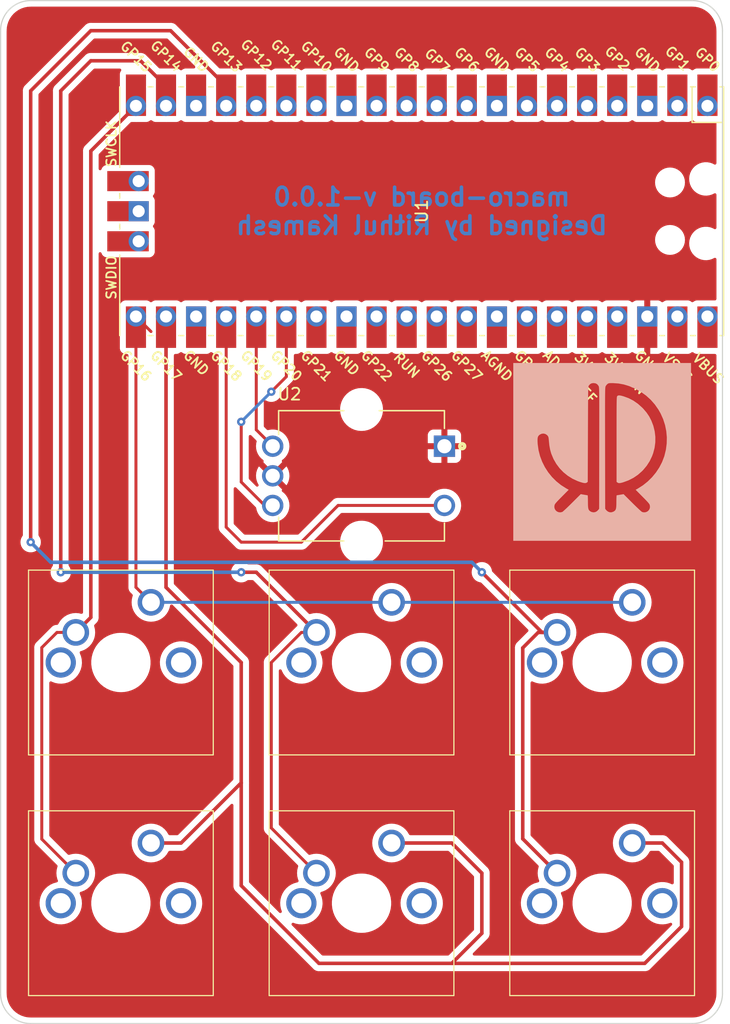
<source format=kicad_pcb>
(kicad_pcb (version 20211014) (generator pcbnew)
  (layers (0 "F.Cu" signal) (31 "B.Cu" power) (34 "B.Paste" user) (35 "F.Paste" user) (36 "B.SilkS" user "B.Silkscreen") (37 "F.SilkS" user "F.Silkscreen") (38 "B.Mask" user) (39 "F.Mask" user) (44 "Edge.Cuts" user))
  (net 0 "")
  (net 1 "+3V3")
  (net 19 "Step")
  (net 20 "Direction")
  (net 21 "Button")
  (net 32 "Ground")
  (net 51 "Row 1")
  (net 52 "Row 2")
  (net 53 "Col1")
  (net 54 "Col2")
  (net 55 "Col3")
  (footprint "MX1A11NW:MX1A11NW" (layer "F.Cu") (at 151.13 124.46)
    (fp_text reference "S6" (at 3.81 2.54) (layer "F.SilkS") (effects (font (size 1.27 1.27) (thickness 0.254))))
    (fp_text value "MX1A-11NW" hide)
    (fp_line (start -3.99 -5.26) (end 11.61 -5.26) (layer "F.SilkS") (width 0.1))
    (fp_line (start -3.99 10.34) (end -3.99 -5.26) (layer "F.SilkS") (width 0.1))
    (fp_line (start 11.61 10.34) (end -3.99 10.34) (layer "F.SilkS") (width 0.1))
    (fp_line (start 11.61 -5.26) (end 11.61 10.34) (layer "F.SilkS") (width 0.1))
    (pad "" np_thru_hole circle locked (at 3.81 2.54) (size 3.9878 3.9878) (drill 3.9878) (layers *.Cu *.Mask))
    (pad "1" thru_hole circle locked (at 0 0) (size 2.248 2.248) (drill 1.4986) (layers *.Cu *.Mask) (net 55 "Col3"))
    (pad "2" thru_hole circle locked (at 6.35 -2.54) (size 2.248 2.248) (drill 1.4986) (layers *.Cu *.Mask) (net 52 "Row 2"))
    (pad "MH1" thru_hole circle locked (at -1.27 2.54) (size 2.553 2.553) (drill 1.7018) (layers *.Cu *.Mask))
    (pad "MH2" thru_hole circle locked (at 8.89 2.54) (size 2.553 2.553) (drill 1.7018) (layers *.Cu *.Mask))
  )
  (footprint "MX1A11NW:MX1A11NW" (layer "F.Cu") (at 110.49 124.46)
    (fp_text reference "S2" (at 3.81 2.54) (layer "F.SilkS") (effects (font (size 1.27 1.27) (thickness 0.254))))
    (fp_text value "MX1A-11NW" hide)
    (fp_line (start 11.61 -5.26) (end 11.61 10.34) (layer "F.SilkS") (width 0.1))
    (fp_line (start -3.99 -5.26) (end 11.61 -5.26) (layer "F.SilkS") (width 0.1))
    (fp_line (start -3.99 10.34) (end -3.99 -5.26) (layer "F.SilkS") (width 0.1))
    (fp_line (start 11.61 10.34) (end -3.99 10.34) (layer "F.SilkS") (width 0.1))
    (pad "" np_thru_hole circle locked (at 3.81 2.54) (size 3.9878 3.9878) (drill 3.9878) (layers *.Cu *.Mask))
    (pad "1" thru_hole circle locked (at 0 0) (size 2.248 2.248) (drill 1.4986) (layers *.Cu *.Mask) (net 53 "Col1"))
    (pad "2" thru_hole circle locked (at 6.35 -2.54) (size 2.248 2.248) (drill 1.4986) (layers *.Cu *.Mask) (net 52 "Row 2"))
    (pad "MH1" thru_hole circle locked (at -1.27 2.54) (size 2.553 2.553) (drill 1.7018) (layers *.Cu *.Mask))
    (pad "MH2" thru_hole circle locked (at 8.89 2.54) (size 2.553 2.553) (drill 1.7018) (layers *.Cu *.Mask))
  )
  (footprint "MX1A11NW:MX1A11NW" (layer "F.Cu") (at 130.81 104.14)
    (fp_text reference "S3" (at 3.81 2.54) (layer "F.SilkS") (effects (font (size 1.27 1.27) (thickness 0.254))))
    (fp_text value "MX1A-11NW" hide)
    (fp_line (start 11.61 -5.26) (end 11.61 10.34) (layer "F.SilkS") (width 0.1))
    (fp_line (start -3.99 -5.26) (end 11.61 -5.26) (layer "F.SilkS") (width 0.1))
    (fp_line (start 11.61 10.34) (end -3.99 10.34) (layer "F.SilkS") (width 0.1))
    (fp_line (start -3.99 10.34) (end -3.99 -5.26) (layer "F.SilkS") (width 0.1))
    (pad "" np_thru_hole circle locked (at 3.81 2.54) (size 3.9878 3.9878) (drill 3.9878) (layers *.Cu *.Mask))
    (pad "1" thru_hole circle locked (at 0 0) (size 2.248 2.248) (drill 1.4986) (layers *.Cu *.Mask) (net 54 "Col2"))
    (pad "2" thru_hole circle locked (at 6.35 -2.54) (size 2.248 2.248) (drill 1.4986) (layers *.Cu *.Mask) (net 51 "Row 1"))
    (pad "MH1" thru_hole circle locked (at -1.27 2.54) (size 2.553 2.553) (drill 1.7018) (layers *.Cu *.Mask))
    (pad "MH2" thru_hole circle locked (at 8.89 2.54) (size 2.553 2.553) (drill 1.7018) (layers *.Cu *.Mask))
  )
  (footprint "MCU_RaspberryPi_and_Boards:RPi_Pico_SMD_TH" (layer "F.Cu") (at 139.7 68.58 -90)
    (fp_text reference "U1" (at 0 0 90) (layer "F.SilkS"))
    (fp_text value "Pico")
    (fp_text user "GP13" (at -13.054 16.51 135) (layer "F.SilkS") (effects (font (size 0.8 0.8))))
    (fp_text user "SWDIO" (at 5.6 26.2 90) (layer "F.SilkS") (effects (font (size 0.8 0.8))))
    (fp_text user "3V3_EN" (at 13.7 -17.2 135) (layer "F.SilkS") (effects (font (size 0.8 0.8))))
    (fp_text user "GP9" (at -12.8 3.81 135) (layer "F.SilkS") (effects (font (size 0.8 0.8))))
    (fp_text user "GP19" (at 13.054 13.97 135) (layer "F.SilkS") (effects (font (size 0.8 0.8))))
    (fp_text user "GP10" (at -13.054 8.89 135) (layer "F.SilkS") (effects (font (size 0.8 0.8))))
    (fp_text user "RUN" (at 13 1.27 135) (layer "F.SilkS") (effects (font (size 0.8 0.8))))
    (fp_text user "GP28" (at 13.054 -9.144 135) (layer "F.SilkS") (effects (font (size 0.8 0.8))))
    (fp_text user "GP8" (at -12.8 1.27 135) (layer "F.SilkS") (effects (font (size 0.8 0.8))))
    (fp_text user "AGND" (at 13.054 -6.35 135) (layer "F.SilkS") (effects (font (size 0.8 0.8))))
    (fp_text user "GND" (at -12.8 6.35 135) (layer "F.SilkS") (effects (font (size 0.8 0.8))))
    (fp_text user "GND" (at -12.8 -6.35 135) (layer "F.SilkS") (effects (font (size 0.8 0.8))))
    (fp_text user "VSYS" (at 13.2 -21.59 135) (layer "F.SilkS") (effects (font (size 0.8 0.8))))
    (fp_text user "GP21" (at 13.054 8.9 135) (layer "F.SilkS") (effects (font (size 0.8 0.8))))
    (fp_text user "GND" (at 12.8 19.05 135) (layer "F.SilkS") (effects (font (size 0.8 0.8))))
    (fp_text user "GP6" (at -12.8 -3.81 135) (layer "F.SilkS") (effects (font (size 0.8 0.8))))
    (fp_text user "GP17" (at 13.054 21.59 135) (layer "F.SilkS") (effects (font (size 0.8 0.8))))
    (fp_text user "GP14" (at -13.1 21.59 135) (layer "F.SilkS") (effects (font (size 0.8 0.8))))
    (fp_text user "GP26" (at 13.054 -1.27 135) (layer "F.SilkS") (effects (font (size 0.8 0.8))))
    (fp_text user "SWCLK" (at -5.7 26.2 90) (layer "F.SilkS") (effects (font (size 0.8 0.8))))
    (fp_text user "GP20" (at 13.054 11.43 135) (layer "F.SilkS") (effects (font (size 0.8 0.8))))
    (fp_text user "GP7" (at -12.7 -1.3 135) (layer "F.SilkS") (effects (font (size 0.8 0.8))))
    (fp_text user "ADC_VREF" (at 14 -12.5 135) (layer "F.SilkS") (effects (font (size 0.8 0.8))))
    (fp_text user "GP4" (at -12.8 -11.43 135) (layer "F.SilkS") (effects (font (size 0.8 0.8))))
    (fp_text user "GND" (at -12.8 -19.05 135) (layer "F.SilkS") (effects (font (size 0.8 0.8))))
    (fp_text user "VBUS" (at 13.3 -24.2 135) (layer "F.SilkS") (effects (font (size 0.8 0.8))))
    (fp_text user "GP3" (at -12.8 -13.97 135) (layer "F.SilkS") (effects (font (size 0.8 0.8))))
    (fp_text user "GP27" (at 13.054 -3.8 135) (layer "F.SilkS") (effects (font (size 0.8 0.8))))
    (fp_text user "GP1" (at -12.9 -21.6 135) (layer "F.SilkS") (effects (font (size 0.8 0.8))))
    (fp_text user "GND" (at -12.8 19.05 135) (layer "F.SilkS") (effects (font (size 0.8 0.8))))
    (fp_text user "3V3" (at 12.9 -13.9 135) (layer "F.SilkS") (effects (font (size 0.8 0.8))))
    (fp_text user "GP18" (at 13.054 16.51 135) (layer "F.SilkS") (effects (font (size 0.8 0.8))))
    (fp_text user "GP0" (at -12.8 -24.13 135) (layer "F.SilkS") (effects (font (size 0.8 0.8))))
    (fp_text user "GND" (at 12.8 -19.05 135) (layer "F.SilkS") (effects (font (size 0.8 0.8))))
    (fp_text user "GP11" (at -13.2 11.43 135) (layer "F.SilkS") (effects (font (size 0.8 0.8))))
    (fp_text user "GP15" (at -13.054 24.13 135) (layer "F.SilkS") (effects (font (size 0.8 0.8))))
    (fp_text user "GP22" (at 13.054 3.81 135) (layer "F.SilkS") (effects (font (size 0.8 0.8))))
    (fp_text user "GP2" (at -12.9 -16.51 135) (layer "F.SilkS") (effects (font (size 0.8 0.8))))
    (fp_text user "GP16" (at 13.054 24.13 135) (layer "F.SilkS") (effects (font (size 0.8 0.8))))
    (fp_text user "GND" (at 12.8 6.35 135) (layer "F.SilkS") (effects (font (size 0.8 0.8))))
    (fp_text user "GP5" (at -12.8 -8.89 135) (layer "F.SilkS") (effects (font (size 0.8 0.8))))
    (fp_text user "GP12" (at -13.2 13.97 135) (layer "F.SilkS") (effects (font (size 0.8 0.8))))
    (fp_line (start -10.5 15.1) (end -10.5 15.5) (layer "F.SilkS") (width 0.12))
    (fp_line (start 10.5 -7.8) (end 10.5 -7.4) (layer "F.SilkS") (width 0.12))
    (fp_line (start 1.1 25.5) (end 1.5 25.5) (layer "F.SilkS") (width 0.12))
    (fp_line (start 10.5 25.5) (end 3.7 25.5) (layer "F.SilkS") (width 0.12))
    (fp_line (start -10.5 2.3) (end -10.5 2.7) (layer "F.SilkS") (width 0.12))
    (fp_line (start 10.5 17.6) (end 10.5 18) (layer "F.SilkS") (width 0.12))
    (fp_line (start -10.5 -12.9) (end -10.5 -12.5) (layer "F.SilkS") (width 0.12))
    (fp_line (start -3.7 25.5) (end -10.5 25.5) (layer "F.SilkS") (width 0.12))
    (fp_line (start 10.5 -5.3) (end 10.5 -4.9) (layer "F.SilkS") (width 0.12))
    (fp_line (start -10.5 -25.5) (end 10.5 -25.5) (layer "F.SilkS") (width 0.12))
    (fp_line (start 10.5 -0.2) (end 10.5 0.2) (layer "F.SilkS") (width 0.12))
    (fp_line (start 10.5 7.4) (end 10.5 7.8) (layer "F.SilkS") (width 0.12))
    (fp_line (start 10.5 15.1) (end 10.5 15.5) (layer "F.SilkS") (width 0.12))
    (fp_line (start -10.5 7.4) (end -10.5 7.8) (layer "F.SilkS") (width 0.12))
    (fp_line (start -10.5 10) (end -10.5 10.4) (layer "F.SilkS") (width 0.12))
    (fp_line (start -10.5 -23.1) (end -10.5 -22.7) (layer "F.SilkS") (width 0.12))
    (fp_line (start 10.5 2.3) (end 10.5 2.7) (layer "F.SilkS") (width 0.12))
    (fp_line (start -10.5 -22.833) (end -7.493 -22.833) (layer "F.SilkS") (width 0.12))
    (fp_line (start -10.5 17.6) (end -10.5 18) (layer "F.SilkS") (width 0.12))
    (fp_line (start -10.5 -25.5) (end -10.5 -25.2) (layer "F.SilkS") (width 0.12))
    (fp_line (start 10.5 -18) (end 10.5 -17.6) (layer "F.SilkS") (width 0.12))
    (fp_line (start 10.5 10) (end 10.5 10.4) (layer "F.SilkS") (width 0.12))
    (fp_line (start -10.5 22.7) (end -10.5 23.1) (layer "F.SilkS") (width 0.12))
    (fp_line (start -1.5 25.5) (end -1.1 25.5) (layer "F.SilkS") (width 0.12))
    (fp_line (start 10.5 -25.5) (end 10.5 -25.2) (layer "F.SilkS") (width 0.12))
    (fp_line (start 10.5 -20.5) (end 10.5 -20.1) (layer "F.SilkS") (width 0.12))
    (fp_line (start -10.5 4.9) (end -10.5 5.3) (layer "F.SilkS") (width 0.12))
    (fp_line (start 10.5 12.5) (end 10.5 12.9) (layer "F.SilkS") (width 0.12))
    (fp_line (start 10.5 22.7) (end 10.5 23.1) (layer "F.SilkS") (width 0.12))
    (fp_line (start -10.5 -7.8) (end -10.5 -7.4) (layer "F.SilkS") (width 0.12))
    (fp_line (start 10.5 -2.7) (end 10.5 -2.3) (layer "F.SilkS") (width 0.12))
    (fp_line (start -10.5 -20.5) (end -10.5 -20.1) (layer "F.SilkS") (width 0.12))
    (fp_line (start 10.5 -10.4) (end 10.5 -10) (layer "F.SilkS") (width 0.12))
    (fp_line (start -10.5 -18) (end -10.5 -17.6) (layer "F.SilkS") (width 0.12))
    (fp_line (start 10.5 4.9) (end 10.5 5.3) (layer "F.SilkS") (width 0.12))
    (fp_line (start -10.5 -0.2) (end -10.5 0.2) (layer "F.SilkS") (width 0.12))
    (fp_line (start -10.5 -2.7) (end -10.5 -2.3) (layer "F.SilkS") (width 0.12))
    (fp_line (start 10.5 -15.4) (end 10.5 -15) (layer "F.SilkS") (width 0.12))
    (fp_line (start 10.5 -12.9) (end 10.5 -12.5) (layer "F.SilkS") (width 0.12))
    (fp_line (start -10.5 -15.4) (end -10.5 -15) (layer "F.SilkS") (width 0.12))
    (fp_line (start -10.5 12.5) (end -10.5 12.9) (layer "F.SilkS") (width 0.12))
    (fp_line (start -10.5 -10.4) (end -10.5 -10) (layer "F.SilkS") (width 0.12))
    (fp_line (start -7.493 -22.833) (end -7.493 -25.5) (layer "F.SilkS") (width 0.12))
    (fp_line (start 10.5 20.1) (end 10.5 20.5) (layer "F.SilkS") (width 0.12))
    (fp_line (start -10.5 20.1) (end -10.5 20.5) (layer "F.SilkS") (width 0.12))
    (fp_line (start -10.5 -5.3) (end -10.5 -4.9) (layer "F.SilkS") (width 0.12))
    (fp_line (start 10.5 -23.1) (end 10.5 -22.7) (layer "F.SilkS") (width 0.12))
    (pad "" np_thru_hole oval locked (at 2.425 -20.97 270) (size 1.5 1.5) (drill 1.5) (layers *.Cu *.Mask))
    (pad "" np_thru_hole oval locked (at 2.725 -24 270) (size 1.8 1.8) (drill 1.8) (layers *.Cu *.Mask))
    (pad "" np_thru_hole oval locked (at -2.725 -24 270) (size 1.8 1.8) (drill 1.8) (layers *.Cu *.Mask))
    (pad "" np_thru_hole oval locked (at -2.425 -20.97 270) (size 1.5 1.5) (drill 1.5) (layers *.Cu *.Mask))
    (pad "1" smd rect locked (at -8.89 -24.13 270) (size 3.5 1.7) (drill (offset -0.9 0)) (layers "F.Cu" "F.Mask"))
    (pad "1" thru_hole oval locked (at -8.89 -24.13 270) (size 1.7 1.7) (drill 1.02) (layers *.Cu *.Mask))
    (pad "2" thru_hole oval locked (at -8.89 -21.59 270) (size 1.7 1.7) (drill 1.02) (layers *.Cu *.Mask))
    (pad "2" smd rect locked (at -8.89 -21.59 270) (size 3.5 1.7) (drill (offset -0.9 0)) (layers "F.Cu" "F.Mask"))
    (pad "3" smd rect locked (at -8.89 -19.05 270) (size 3.5 1.7) (drill (offset -0.9 0)) (layers "F.Cu" "F.Mask"))
    (pad "3" thru_hole rect locked (at -8.89 -19.05 270) (size 1.7 1.7) (drill 1.02) (layers *.Cu *.Mask))
    (pad "4" thru_hole oval locked (at -8.89 -16.51 270) (size 1.7 1.7) (drill 1.02) (layers *.Cu *.Mask))
    (pad "4" smd rect locked (at -8.89 -16.51 270) (size 3.5 1.7) (drill (offset -0.9 0)) (layers "F.Cu" "F.Mask"))
    (pad "5" smd rect locked (at -8.89 -13.97 270) (size 3.5 1.7) (drill (offset -0.9 0)) (layers "F.Cu" "F.Mask"))
    (pad "5" thru_hole oval locked (at -8.89 -13.97 270) (size 1.7 1.7) (drill 1.02) (layers *.Cu *.Mask))
    (pad "6" thru_hole oval locked (at -8.89 -11.43 270) (size 1.7 1.7) (drill 1.02) (layers *.Cu *.Mask))
    (pad "6" smd rect locked (at -8.89 -11.43 270) (size 3.5 1.7) (drill (offset -0.9 0)) (layers "F.Cu" "F.Mask"))
    (pad "7" thru_hole oval locked (at -8.89 -8.89 270) (size 1.7 1.7) (drill 1.02) (layers *.Cu *.Mask))
    (pad "7" smd rect locked (at -8.89 -8.89 270) (size 3.5 1.7) (drill (offset -0.9 0)) (layers "F.Cu" "F.Mask"))
    (pad "8" thru_hole rect locked (at -8.89 -6.35 270) (size 1.7 1.7) (drill 1.02) (layers *.Cu *.Mask))
    (pad "8" smd rect locked (at -8.89 -6.35 270) (size 3.5 1.7) (drill (offset -0.9 0)) (layers "F.Cu" "F.Mask"))
    (pad "9" thru_hole oval locked (at -8.89 -3.81 270) (size 1.7 1.7) (drill 1.02) (layers *.Cu *.Mask))
    (pad "9" smd rect locked (at -8.89 -3.81 270) (size 3.5 1.7) (drill (offset -0.9 0)) (layers "F.Cu" "F.Mask"))
    (pad "10" smd rect locked (at -8.89 -1.27 270) (size 3.5 1.7) (drill (offset -0.9 0)) (layers "F.Cu" "F.Mask"))
    (pad "10" thru_hole oval locked (at -8.89 -1.27 270) (size 1.7 1.7) (drill 1.02) (layers *.Cu *.Mask))
    (pad "11" smd rect locked (at -8.89 1.27 270) (size 3.5 1.7) (drill (offset -0.9 0)) (layers "F.Cu" "F.Mask"))
    (pad "11" thru_hole oval locked (at -8.89 1.27 270) (size 1.7 1.7) (drill 1.02) (layers *.Cu *.Mask))
    (pad "12" thru_hole oval locked (at -8.89 3.81 270) (size 1.7 1.7) (drill 1.02) (layers *.Cu *.Mask))
    (pad "12" smd rect locked (at -8.89 3.81 270) (size 3.5 1.7) (drill (offset -0.9 0)) (layers "F.Cu" "F.Mask"))
    (pad "13" thru_hole rect locked (at -8.89 6.35 270) (size 1.7 1.7) (drill 1.02) (layers *.Cu *.Mask))
    (pad "13" smd rect locked (at -8.89 6.35 270) (size 3.5 1.7) (drill (offset -0.9 0)) (layers "F.Cu" "F.Mask"))
    (pad "14" smd rect locked (at -8.89 8.89 270) (size 3.5 1.7) (drill (offset -0.9 0)) (layers "F.Cu" "F.Mask"))
    (pad "14" thru_hole oval locked (at -8.89 8.89 270) (size 1.7 1.7) (drill 1.02) (layers *.Cu *.Mask))
    (pad "15" thru_hole oval locked (at -8.89 11.43 270) (size 1.7 1.7) (drill 1.02) (layers *.Cu *.Mask))
    (pad "15" smd rect locked (at -8.89 11.43 270) (size 3.5 1.7) (drill (offset -0.9 0)) (layers "F.Cu" "F.Mask"))
    (pad "16" thru_hole oval locked (at -8.89 13.97 270) (size 1.7 1.7) (drill 1.02) (layers *.Cu *.Mask))
    (pad "16" smd rect locked (at -8.89 13.97 270) (size 3.5 1.7) (drill (offset -0.9 0)) (layers "F.Cu" "F.Mask"))
    (pad "17" thru_hole oval locked (at -8.89 16.51 270) (size 1.7 1.7) (drill 1.02) (layers *.Cu *.Mask) (net 55 "Col3"))
    (pad "17" smd rect locked (at -8.89 16.51 270) (size 3.5 1.7) (drill (offset -0.9 0)) (layers "F.Cu" "F.Mask") (net 55 "Col3"))
    (pad "18" thru_hole rect locked (at -8.89 19.05 270) (size 1.7 1.7) (drill 1.02) (layers *.Cu *.Mask))
    (pad "18" smd rect locked (at -8.89 19.05 270) (size 3.5 1.7) (drill (offset -0.9 0)) (layers "F.Cu" "F.Mask"))
    (pad "19" smd rect locked (at -8.89 21.59 270) (size 3.5 1.7) (drill (offset -0.9 0)) (layers "F.Cu" "F.Mask") (net 54 "Col2"))
    (pad "19" thru_hole oval locked (at -8.89 21.59 270) (size 1.7 1.7) (drill 1.02) (layers *.Cu *.Mask) (net 54 "Col2"))
    (pad "20" thru_hole oval locked (at -8.89 24.13 270) (size 1.7 1.7) (drill 1.02) (layers *.Cu *.Mask) (net 53 "Col1"))
    (pad "20" smd rect locked (at -8.89 24.13 270) (size 3.5 1.7) (drill (offset -0.9 0)) (layers "F.Cu" "F.Mask") (net 53 "Col1"))
    (pad "21" thru_hole oval locked (at 8.89 24.13 270) (size 1.7 1.7) (drill 1.02) (layers *.Cu *.Mask) (net 51 "Row 1"))
    (pad "21" smd rect locked (at 8.89 24.13 270) (size 3.5 1.7) (drill (offset 0.9 0)) (layers "F.Cu" "F.Mask") (net 51 "Row 1"))
    (pad "22" thru_hole oval locked (at 8.89 21.59 270) (size 1.7 1.7) (drill 1.02) (layers *.Cu *.Mask) (net 52 "Row 2"))
    (pad "22" smd rect locked (at 8.89 21.59 270) (size 3.5 1.7) (drill (offset 0.9 0)) (layers "F.Cu" "F.Mask") (net 52 "Row 2"))
    (pad "23" smd rect locked (at 8.89 19.05 270) (size 3.5 1.7) (drill (offset 0.9 0)) (layers "F.Cu" "F.Mask"))
    (pad "23" thru_hole rect locked (at 8.89 19.05 270) (size 1.7 1.7) (drill 1.02) (layers *.Cu *.Mask))
    (pad "24" smd rect locked (at 8.89 16.51 270) (size 3.5 1.7) (drill (offset 0.9 0)) (layers "F.Cu" "F.Mask") (net 19 "Step"))
    (pad "24" thru_hole oval locked (at 8.89 16.51 270) (size 1.7 1.7) (drill 1.02) (layers *.Cu *.Mask) (net 19 "Step"))
    (pad "25" thru_hole oval locked (at 8.89 13.97 270) (size 1.7 1.7) (drill 1.02) (layers *.Cu *.Mask) (net 20 "Direction"))
    (pad "25" smd rect locked (at 8.89 13.97 270) (size 3.5 1.7) (drill (offset 0.9 0)) (layers "F.Cu" "F.Mask") (net 20 "Direction"))
    (pad "26" thru_hole oval locked (at 8.89 11.43 270) (size 1.7 1.7) (drill 1.02) (layers *.Cu *.Mask) (net 21 "Button"))
    (pad "26" smd rect locked (at 8.89 11.43 270) (size 3.5 1.7) (drill (offset 0.9 0)) (layers "F.Cu" "F.Mask") (net 21 "Button"))
    (pad "27" smd rect locked (at 8.89 8.89 270) (size 3.5 1.7) (drill (offset 0.9 0)) (layers "F.Cu" "F.Mask"))
    (pad "27" thru_hole oval locked (at 8.89 8.89 270) (size 1.7 1.7) (drill 1.02) (layers *.Cu *.Mask))
    (pad "28" smd rect locked (at 8.89 6.35 270) (size 3.5 1.7) (drill (offset 0.9 0)) (layers "F.Cu" "F.Mask"))
    (pad "28" thru_hole rect locked (at 8.89 6.35 270) (size 1.7 1.7) (drill 1.02) (layers *.Cu *.Mask))
    (pad "29" smd rect locked (at 8.89 3.81 270) (size 3.5 1.7) (drill (offset 0.9 0)) (layers "F.Cu" "F.Mask"))
    (pad "29" thru_hole oval locked (at 8.89 3.81 270) (size 1.7 1.7) (drill 1.02) (layers *.Cu *.Mask))
    (pad "30" smd rect locked (at 8.89 1.27 270) (size 3.5 1.7) (drill (offset 0.9 0)) (layers "F.Cu" "F.Mask"))
    (pad "30" thru_hole oval locked (at 8.89 1.27 270) (size 1.7 1.7) (drill 1.02) (layers *.Cu *.Mask))
    (pad "31" thru_hole oval locked (at 8.89 -1.27 270) (size 1.7 1.7) (drill 1.02) (layers *.Cu *.Mask))
    (pad "31" smd rect locked (at 8.89 -1.27 270) (size 3.5 1.7) (drill (offset 0.9 0)) (layers "F.Cu" "F.Mask"))
    (pad "32" thru_hole oval locked (at 8.89 -3.81 270) (size 1.7 1.7) (drill 1.02) (layers *.Cu *.Mask))
    (pad "32" smd rect locked (at 8.89 -3.81 270) (size 3.5 1.7) (drill (offset 0.9 0)) (layers "F.Cu" "F.Mask"))
    (pad "33" smd rect locked (at 8.89 -6.35 270) (size 3.5 1.7) (drill (offset 0.9 0)) (layers "F.Cu" "F.Mask"))
    (pad "33" thru_hole rect locked (at 8.89 -6.35 270) (size 1.7 1.7) (drill 1.02) (layers *.Cu *.Mask))
    (pad "34" thru_hole oval locked (at 8.89 -8.89 270) (size 1.7 1.7) (drill 1.02) (layers *.Cu *.Mask))
    (pad "34" smd rect locked (at 8.89 -8.89 270) (size 3.5 1.7) (drill (offset 0.9 0)) (layers "F.Cu" "F.Mask"))
    (pad "35" thru_hole oval locked (at 8.89 -11.43 270) (size 1.7 1.7) (drill 1.02) (layers *.Cu *.Mask))
    (pad "35" smd rect locked (at 8.89 -11.43 270) (size 3.5 1.7) (drill (offset 0.9 0)) (layers "F.Cu" "F.Mask"))
    (pad "36" smd rect locked (at 8.89 -13.97 270) (size 3.5 1.7) (drill (offset 0.9 0)) (layers "F.Cu" "F.Mask") (net 1 "+3V3"))
    (pad "36" thru_hole oval locked (at 8.89 -13.97 270) (size 1.7 1.7) (drill 1.02) (layers *.Cu *.Mask) (net 1 "+3V3"))
    (pad "37" thru_hole oval locked (at 8.89 -16.51 270) (size 1.7 1.7) (drill 1.02) (layers *.Cu *.Mask))
    (pad "37" smd rect locked (at 8.89 -16.51 270) (size 3.5 1.7) (drill (offset 0.9 0)) (layers "F.Cu" "F.Mask"))
    (pad "38" thru_hole rect locked (at 8.89 -19.05 270) (size 1.7 1.7) (drill 1.02) (layers *.Cu *.Mask) (net 32 "Ground"))
    (pad "38" smd rect locked (at 8.89 -19.05 270) (size 3.5 1.7) (drill (offset 0.9 0)) (layers "F.Cu" "F.Mask") (net 32 "Ground"))
    (pad "39" smd rect locked (at 8.89 -21.59 270) (size 3.5 1.7) (drill (offset 0.9 0)) (layers "F.Cu" "F.Mask"))
    (pad "39" thru_hole oval locked (at 8.89 -21.59 270) (size 1.7 1.7) (drill 1.02) (layers *.Cu *.Mask))
    (pad "40" smd rect locked (at 8.89 -24.13 270) (size 3.5 1.7) (drill (offset 0.9 0)) (layers "F.Cu" "F.Mask"))
    (pad "40" thru_hole oval locked (at 8.89 -24.13 270) (size 1.7 1.7) (drill 1.02) (layers *.Cu *.Mask))
    (pad "41" smd rect locked (at -2.54 23.9) (size 3.5 1.7) (drill (offset -0.9 0)) (layers "F.Cu" "F.Mask"))
    (pad "41" thru_hole oval locked (at -2.54 23.9 270) (size 1.7 1.7) (drill 1.02) (layers *.Cu *.Mask))
    (pad "42" thru_hole rect locked (at 0 23.9 270) (size 1.7 1.7) (drill 1.02) (layers *.Cu *.Mask))
    (pad "42" smd rect locked (at 0 23.9) (size 3.5 1.7) (drill (offset -0.9 0)) (layers "F.Cu" "F.Mask"))
    (pad "43" thru_hole oval locked (at 2.54 23.9 270) (size 1.7 1.7) (drill 1.02) (layers *.Cu *.Mask))
    (pad "43" smd rect locked (at 2.54 23.9) (size 3.5 1.7) (drill (offset -0.9 0)) (layers "F.Cu" "F.Mask"))
  )
  (footprint "MX1A11NW:MX1A11NW" (layer "F.Cu") (at 110.49 104.14)
    (fp_text reference "S1" (at 3.81 2.54) (layer "F.SilkS") (effects (font (size 1.27 1.27) (thickness 0.254))))
    (fp_text value "MX1A-11NW" hide)
    (fp_line (start 11.61 10.34) (end -3.99 10.34) (layer "F.SilkS") (width 0.1))
    (fp_line (start 11.61 -5.26) (end 11.61 10.34) (layer "F.SilkS") (width 0.1))
    (fp_line (start -3.99 10.34) (end -3.99 -5.26) (layer "F.SilkS") (width 0.1))
    (fp_line (start -3.99 -5.26) (end 11.61 -5.26) (layer "F.SilkS") (width 0.1))
    (pad "" np_thru_hole circle locked (at 3.81 2.54) (size 3.9878 3.9878) (drill 3.9878) (layers *.Cu *.Mask))
    (pad "1" thru_hole circle locked (at 0 0) (size 2.248 2.248) (drill 1.4986) (layers *.Cu *.Mask) (net 53 "Col1"))
    (pad "2" thru_hole circle locked (at 6.35 -2.54) (size 2.248 2.248) (drill 1.4986) (layers *.Cu *.Mask) (net 51 "Row 1"))
    (pad "MH1" thru_hole circle locked (at -1.27 2.54) (size 2.553 2.553) (drill 1.7018) (layers *.Cu *.Mask))
    (pad "MH2" thru_hole circle locked (at 8.89 2.54) (size 2.553 2.553) (drill 1.7018) (layers *.Cu *.Mask))
  )
  (footprint "ENC_PEC12R-4025F-S0024:ENC_PEC12R-4025F-S0024" (layer "F.Cu") (at 134.62 90.92)
    (fp_text reference "U2" (at -6.07929 -6.88987) (layer "F.SilkS") (effects (font (size 1.000709 1.000709))))
    (fp_text value "PEC12R-4025F-S0024")
    (fp_line (start -7 -5.5) (end -7 -3.5) (layer "F.SilkS") (width 0.127))
    (fp_line (start 7 4) (end 7 5.5) (layer "F.SilkS") (width 0.127))
    (fp_line (start 7 -5.5) (end 1.5 -5.5) (layer "F.SilkS") (width 0.127))
    (fp_line (start -1.5 -5.5) (end -7 -5.5) (layer "F.SilkS") (width 0.127))
    (fp_line (start 7 -4) (end 7 -5.5) (layer "F.SilkS") (width 0.127))
    (fp_line (start -1.5 5.5) (end -7 5.5) (layer "F.SilkS") (width 0.127))
    (fp_line (start 7 5.5) (end 2 5.5) (layer "F.SilkS") (width 0.127))
    (fp_line (start -7 5.5) (end -7 3.5) (layer "F.SilkS") (width 0.127))
    (fp_circle (center 8.5 -2.5) (end 8.7 -2.5) (layer "F.SilkS") (width 0.3048) (fill none))
    (pad "" np_thru_hole circle locked (at 0 -5.6) (size 2.6 2.6) (drill 2.6) (layers *.Cu *.Mask))
    (pad "" np_thru_hole circle locked (at 0 5.6) (size 2.6 2.6) (drill 2.6) (layers *.Cu *.Mask))
    (pad "1" thru_hole rect locked (at 7 -2.5) (size 1.8 1.8) (drill 1.2) (layers *.Cu *.Mask) (net 32 "Ground"))
    (pad "2" thru_hole circle locked (at 7 2.5) (size 1.8 1.8) (drill 1.2) (layers *.Cu *.Mask) (net 19 "Step"))
    (pad "A" thru_hole circle locked (at -7.5 -2.5) (size 1.8 1.8) (drill 1.2) (layers *.Cu *.Mask) (net 20 "Direction"))
    (pad "B" thru_hole circle locked (at -7.5 2.5) (size 1.8 1.8) (drill 1.2) (layers *.Cu *.Mask) (net 21 "Button"))
    (pad "C" thru_hole circle locked (at -7.5 0) (size 1.8 1.8) (drill 1.2) (layers *.Cu *.Mask) (net 32 "Ground"))
  )
  (footprint "MX1A11NW:MX1A11NW" (layer "F.Cu") (at 130.81 124.46)
    (fp_text reference "S4" (at 3.81 2.54) (layer "F.SilkS") (effects (font (size 1.27 1.27) (thickness 0.254))))
    (fp_text value "MX1A-11NW" hide)
    (fp_line (start -3.99 10.34) (end -3.99 -5.26) (layer "F.SilkS") (width 0.1))
    (fp_line (start 11.61 -5.26) (end 11.61 10.34) (layer "F.SilkS") (width 0.1))
    (fp_line (start 11.61 10.34) (end -3.99 10.34) (layer "F.SilkS") (width 0.1))
    (fp_line (start -3.99 -5.26) (end 11.61 -5.26) (layer "F.SilkS") (width 0.1))
    (pad "" np_thru_hole circle locked (at 3.81 2.54) (size 3.9878 3.9878) (drill 3.9878) (layers *.Cu *.Mask))
    (pad "1" thru_hole circle locked (at 0 0) (size 2.248 2.248) (drill 1.4986) (layers *.Cu *.Mask) (net 54 "Col2"))
    (pad "2" thru_hole circle locked (at 6.35 -2.54) (size 2.248 2.248) (drill 1.4986) (layers *.Cu *.Mask) (net 52 "Row 2"))
    (pad "MH1" thru_hole circle locked (at -1.27 2.54) (size 2.553 2.553) (drill 1.7018) (layers *.Cu *.Mask))
    (pad "MH2" thru_hole circle locked (at 8.89 2.54) (size 2.553 2.553) (drill 1.7018) (layers *.Cu *.Mask))
  )
  (footprint "MX1A11NW:MX1A11NW" (layer "F.Cu") (at 151.13 104.14)
    (fp_text reference "S5" (at 3.81 2.54) (layer "F.SilkS") (effects (font (size 1.27 1.27) (thickness 0.254))))
    (fp_text value "MX1A-11NW" hide)
    (fp_line (start -3.99 10.34) (end -3.99 -5.26) (layer "F.SilkS") (width 0.1))
    (fp_line (start -3.99 -5.26) (end 11.61 -5.26) (layer "F.SilkS") (width 0.1))
    (fp_line (start 11.61 10.34) (end -3.99 10.34) (layer "F.SilkS") (width 0.1))
    (fp_line (start 11.61 -5.26) (end 11.61 10.34) (layer "F.SilkS") (width 0.1))
    (pad "" np_thru_hole circle locked (at 3.81 2.54) (size 3.9878 3.9878) (drill 3.9878) (layers *.Cu *.Mask))
    (pad "1" thru_hole circle locked (at 0 0) (size 2.248 2.248) (drill 1.4986) (layers *.Cu *.Mask) (net 55 "Col3"))
    (pad "2" thru_hole circle locked (at 6.35 -2.54) (size 2.248 2.248) (drill 1.4986) (layers *.Cu *.Mask) (net 51 "Row 1"))
    (pad "MH1" thru_hole circle locked (at -1.27 2.54) (size 2.553 2.553) (drill 1.7018) (layers *.Cu *.Mask))
    (pad "MH2" thru_hole circle locked (at 8.89 2.54) (size 2.553 2.553) (drill 1.7018) (layers *.Cu *.Mask))
  )
  (footprint "KC_LOGO:KC_LOGO" (layer "B.Cu") (at 154.94 88.9 180)
    (fp_text reference "" (at 0 0) (layer "B.SilkS") (effects (font (size 1.524 1.524) (thickness 0.3)) (justify mirror)))
    (fp_text value "LOGO" hide)
    (fp_poly (pts (xy -1.315608 4.745518) (xy -1.273152 4.71056) (xy -1.264554 4.699627) (xy -1.256863 4.684719) (xy -1.250028 4.662612) (xy -1.244 4.630079) (xy -1.238728 4.583894) (xy -1.23416 4.520832) (xy -1.230248 4.437667) (xy -1.226939 4.331173) (xy -1.224184 4.198125) (xy -1.221932 4.035296) (xy -1.220133 3.839461) (xy -1.218735 3.607395) (xy -1.217689 3.335871) (xy -1.216944 3.021663) (xy -1.216449 2.661547) (xy -1.216154 2.252296) (xy -1.216008 1.790685) (xy -1.21596 1.273487) (xy -1.215958 1.060035) (xy -1.215958 -2.527291) (xy -1.286837 -2.584685) (xy -1.355905 -2.623467) (xy -1.443324 -2.636773) (xy -1.559867 -2.62426) (xy -1.716305 -2.585584) (xy -1.771395 -2.569204) (xy -2.224532 -2.403208) (xy -2.638377 -2.193236) (xy -3.017143 -1.936701) (xy -3.365043 -1.631016) (xy -3.463401 -1.530001) (xy -3.764497 -1.169973) (xy -4.013474 -0.783846) (xy -4.214166 -0.365177) (xy -4.308183 -0.110231) (xy -4.427015 0.340745) (xy -4.488352 0.802247) (xy -4.492191 1.26754) (xy -4.438534 1.729888) (xy -4.32738 2.182554) (xy -4.308297 2.241569) (xy -4.155225 2.638825) (xy -3.971265 2.995386) (xy -3.747697 3.325343) (xy -3.475797 3.64279) (xy -3.380455 3.740738) (xy -3.021583 4.06093) (xy -2.64036 4.325715) (xy -2.235278 4.535998) (xy -1.804832 4.692685) (xy -1.790554 4.696843) (xy -1.612561 4.743993) (xy -1.480333 4.767656) (xy -1.384479 4.768081)) (layer "B.SilkS") (width 0) (fill solid))
    (fp_poly (pts (xy 7.50591 -7.50591) (xy -7.50591 -7.50591) (xy -7.50591 1.23222) (xy -5.460936 1.23222) (xy -5.450612 0.708588) (xy -5.382751 0.186163) (xy -5.256951 -0.330244) (xy -5.238346 -0.390307) (xy -5.058785 -0.859546) (xy -4.825168 -1.310597) (xy -4.542157 -1.737836) (xy -4.214413 -2.135644) (xy -3.846596 -2.4984) (xy -3.443369 -2.820481) (xy -3.009393 -3.096268) (xy -2.981641 -3.111682) (xy -2.82581 -3.197517) (xy -3.406336 -3.782978) (xy -3.582849 -3.961822) (xy -3.721292 -4.104453) (xy -3.826575 -4.216597) (xy -3.903602 -4.303978) (xy -3.957282 -4.372323) (xy -3.99252 -4.427355) (xy -4.014224 -4.474801) (xy -4.022886 -4.50236) (xy -4.039239 -4.663956) (xy -4.004473 -4.811052) (xy -3.9271 -4.936193) (xy -3.815633 -5.031926) (xy -3.678583 -5.090798) (xy -3.524464 -5.105355) (xy -3.372109 -5.072152) (xy -3.331395 -5.043906) (xy -3.254014 -4.97809) (xy -3.145491 -4.879859) (xy -3.011352 -4.75437) (xy -2.857124 -4.606775) (xy -2.688332 -4.442232) (xy -2.548284 -4.303611) (xy -1.808979 -3.566935) (xy -1.529696 -3.61491) (xy -1.405788 -3.635769) (xy -1.304394 -3.652045) (xy -1.239963 -3.661457) (xy -1.225679 -3.662884) (xy -1.217802 -3.691332) (xy -1.210961 -3.770381) (xy -1.205585 -3.890586) (xy -1.202105 -4.042504) (xy -1.200946 -4.206727) (xy -1.198994 -4.434515) (xy -1.191472 -4.611007) (xy -1.175879 -4.74488) (xy -1.149715 -4.844807) (xy -1.110479 -4.919463) (xy -1.055671 -4.977522) (xy -0.982792 -5.027658) (xy -0.960636 -5.040432) (xy -0.803614 -5.097377) (xy -0.645162 -5.09749) (xy -0.494548 -5.043026) (xy -0.361043 -4.936239) (xy -0.318009 -4.884148) (xy -0.255201 -4.799385) (xy -0.247439 0.318142) (xy -0.246464 0.967648) (xy -0.245615 1.559825) (xy -0.244921 2.097387) (xy -0.244407 2.583052) (xy -0.2441 3.019536) (xy -0.244076 3.152221) (xy 0.244049 3.152221) (xy 0.244282 2.73125) (xy 0.24473 2.261987) (xy 0.245369 1.741717) (xy 0.24617 1.167722) (xy 0.247107 0.537285) (xy 0.247439 0.318142) (xy 0.255201 -4.799385) (xy 0.318008 -4.884148) (xy 0.442872 -5.009646) (xy 0.58826 -5.083652) (xy 0.744903 -5.103911) (xy 0.90353 -5.068169) (xy 0.960635 -5.040432) (xy 1.038609 -4.990934) (xy 1.097863 -4.935762) (xy 1.140896 -4.866243) (xy 1.17021 -4.773702) (xy 1.188304 -4.649465) (xy 1.197679 -4.484857) (xy 1.200835 -4.271204) (xy 1.200945 -4.206727) (xy 1.202239 -4.033516) (xy 1.205834 -3.883091) (xy 1.211301 -3.764896) (xy 1.21821 -3.688376) (xy 1.225678 -3.662884) (xy 1.264387 -3.658082) (xy 1.347792 -3.645196) (xy 1.461445 -3.626507) (xy 1.529695 -3.61491) (xy 1.808979 -3.566935) (xy 2.548283 -4.303611) (xy 2.724675 -4.477901) (xy 2.89087 -4.639316) (xy 3.041342 -4.7827) (xy 3.170565 -4.902899) (xy 3.273012 -4.994756) (xy 3.343159 -5.053118) (xy 3.372108 -5.072152) (xy 3.53442 -5.105852) (xy 3.687677 -5.088258) (xy 3.823361 -5.02683) (xy 3.932951 -4.929026) (xy 4.00793 -4.802306) (xy 4.039776 -4.654129) (xy 4.022885 -4.50236) (xy 4.007023 -4.456758) (xy 3.980623 -4.407062) (xy 3.938781 -4.347552) (xy 3.87659 -4.272507) (xy 3.789146 -4.176204) (xy 3.671543 -4.052923) (xy 3.518874 -3.896943) (xy 3.405687 -3.782543) (xy 2.824512 -3.196646) (xy 3.039395 -3.076987) (xy 3.474933 -2.800854) (xy 3.875185 -2.479238) (xy 4.23722 -2.116878) (xy 4.558107 -1.718513) (xy 4.834914 -1.288879) (xy 5.064711 -0.832716) (xy 5.244565 -0.354761) (xy 5.371546 0.140248) (xy 5.442721 0.647572) (xy 5.453843 0.82565) (xy 5.45775 1.018492) (xy 5.44845 1.163497) (xy 5.422381 1.272096) (xy 5.375981 1.355719) (xy 5.305686 1.425797) (xy 5.255237 1.462922) (xy 5.104969 1.532457) (xy 4.947377 1.547986) (xy 4.795153 1.511486) (xy 4.660988 1.424935) (xy 4.60295 1.3613) (xy 4.566779 1.307882) (xy 4.541587 1.25034) (xy 4.524012 1.174472) (xy 4.51069 1.066075) (xy 4.499111 0.922822) (xy 4.459322 0.540437) (xy 4.396989 0.199415) (xy 4.309167 -0.115643) (xy 4.289517 -0.173383) (xy 4.105459 -0.610122) (xy 3.87142 -1.016292) (xy 3.591055 -1.388315) (xy 3.268022 -1.722612) (xy 2.905977 -2.015604) (xy 2.508579 -2.263713) (xy 2.079485 -2.463359) (xy 1.873443 -2.537616) (xy 1.679715 -2.596184) (xy 1.531204 -2.628256) (xy 1.419604 -2.634549) (xy 1.336605 -2.615783) (xy 1.290918 -2.587995) (xy 1.215957 -2.5273) (xy 1.200945 1.496331) (xy 1.1988 2.068857) (xy 1.196816 2.584392) (xy 1.194938 3.045994) (xy 1.193109 3.456719) (xy 1.191269 3.819624) (xy 1.189364 4.137766) (xy 1.187335 4.414201) (xy 1.185125 4.651987) (xy 1.182676 4.85418) (xy 1.179933 5.023836) (xy 1.176836 5.164012) (xy 1.17333 5.277766) (xy 1.169356 5.368153) (xy 1.164858 5.438231) (xy 1.159778 5.491056) (xy 1.15406 5.529685) (xy 1.147645 5.557175) (xy 1.140476 5.576583) (xy 1.132497 5.590964) (xy 1.124031 5.602866) (xy 1.01953 5.717966) (xy 0.907629 5.783375) (xy 0.770233 5.808485) (xy 0.725871 5.809575) (xy 0.558461 5.787053) (xy 0.426345 5.71721) (xy 0.323855 5.596631) (xy 0.2993 5.55254) (xy 0.291735 5.536882) (xy 0.284843 5.519115) (xy 0.278598 5.496523) (xy 0.272974 5.466388) (xy 0.267943 5.425994) (xy 0.263478 5.372624) (xy 0.259553 5.303562) (xy 0.25614 5.216092) (xy 0.253213 5.107496) (xy 0.250744 4.975057) (xy 0.248708 4.816061) (xy 0.247076 4.627789) (xy 0.245822 4.407525) (xy 0.24492 4.152553) (xy 0.244341 3.860157) (xy 0.24406 3.527618) (xy 0.244049 3.152221) (xy -0.244076 3.152221) (xy -0.244029 3.409556) (xy -0.244218 3.755828) (xy -0.244697 4.061069) (xy -0.24549 4.327996) (xy -0.246626 4.559324) (xy -0.248131 4.757772) (xy -0.250032 4.926055) (xy -0.252356 5.06689) (xy -0.25513 5.182993) (xy -0.258381 5.277082) (xy -0.262135 5.351872) (xy -0.26642 5.41008) (xy -0.271263 5.454424) (xy -0.27669 5.487619) (xy -0.282729 5.512382) (xy -0.289406 5.53143) (xy -0.296748 5.547479) (xy -0.299301 5.55254) (xy -0.362371 5.646145) (xy -0.441721 5.727621) (xy -0.457181 5.739493) (xy -0.502542 5.768824) (xy -0.549486 5.788391) (xy -0.610665 5.799944) (xy -0.698731 5.805232) (xy -0.826333 5.806005) (xy -0.930733 5.804985) (xy -1.381337 5.7745) (xy -1.824964 5.692901) (xy -2.269354 5.558216) (xy -2.722247 5.368477) (xy -2.807211 5.327367) (xy -3.276911 5.062904) (xy -3.707888 4.752862) (xy -4.098455 4.398894) (xy -4.446924 4.002654) (xy -4.751607 3.565795) (xy -4.934903 3.242554) (xy -5.150707 2.762224) (xy -5.310582 2.26385) (xy -5.414125 1.752244) (xy -5.460936 1.23222) (xy -7.50591 1.23222) (xy -7.50591 7.50591) (xy 7.50591 7.50591)) (layer "B.SilkS") (width 0) (fill solid))
  )
  (gr_arc (start 165.1 134.62) (mid 164.356051 136.416051) (end 162.56 137.16) (layer "Edge.Cuts") (width 0.1))
  (gr_line (start 104.14 53.34) (end 104.14 134.62) (layer "Edge.Cuts") (width 0.1))
  (gr_line (start 106.68 50.8) (end 162.56 50.8) (layer "Edge.Cuts") (width 0.1))
  (gr_arc (start 104.14 53.34) (mid 104.883949 51.543949) (end 106.68 50.8) (layer "Edge.Cuts") (width 0.1))
  (gr_line (start 165.1 134.62) (end 165.1 53.34) (layer "Edge.Cuts") (width 0.1))
  (gr_arc (start 162.56 50.8) (mid 164.356051 51.543949) (end 165.1 53.34) (layer "Edge.Cuts") (width 0.1))
  (gr_arc (start 106.68 137.16) (mid 104.883949 136.416051) (end 104.14 134.62) (layer "Edge.Cuts") (width 0.1))
  (gr_line (start 106.68 137.16) (end 162.56 137.16) (layer "Edge.Cuts") (width 0.1))
  (gr_text "macro-board v-1.0.0\nDesigned by Rithul Kamesh\n" (at 139.7 68.58) (layer "B.Cu") (effects (font (size 1.5 1.5) (thickness 0.3)) (justify mirror)))
  (segment (start 132.64 93.42) (end 141.62 93.42) (width 0.25) (layer "F.Cu") (net 19))
  (segment (start 123.19 95.25) (end 124.46 96.52) (width 0.25) (layer "F.Cu") (net 19))
  (segment (start 129.54 96.52) (end 132.64 93.42) (width 0.25) (layer "F.Cu") (net 19))
  (segment (start 124.46 96.52) (end 129.54 96.52) (width 0.25) (layer "F.Cu") (net 19))
  (segment (start 123.19 77.47) (end 123.19 95.25) (width 0.25) (layer "F.Cu") (net 19))
  (segment (start 125.73 87.03) (end 125.73 77.47) (width 0.25) (layer "F.Cu") (net 20))
  (segment (start 127.12 88.42) (end 125.73 87.03) (width 0.25) (layer "F.Cu") (net 20))
  (segment (start 126.44 93.42) (end 124.46 91.44) (width 0.25) (layer "F.Cu") (net 21))
  (segment (start 127.12 93.42) (end 126.44 93.42) (width 0.25) (layer "F.Cu") (net 21))
  (segment (start 128.27 82.55) (end 128.27 77.47) (width 0.25) (layer "F.Cu") (net 21))
  (segment (start 127 83.82) (end 128.27 82.55) (width 0.25) (layer "F.Cu") (net 21))
  (segment (start 124.46 91.44) (end 124.46 86.36) (width 0.25) (layer "F.Cu") (net 21))
  (via (at 127 83.82) (size 0.7) (drill 0.3) (layers "F.Cu" "B.Cu") (net 21))
  (via (at 124.46 86.36) (size 0.7) (drill 0.3) (layers "F.Cu" "B.Cu") (net 21))
  (segment (start 124.46 86.36) (end 127 83.82) (width 0.25) (layer "B.Cu") (net 21))
  (segment (start 115.57 77.47) (end 115.57 100.33) (width 0.25) (layer "F.Cu") (net 51))
  (segment (start 116.84 78.74) (end 115.57 77.47) (width 0.25) (layer "F.Cu") (net 51))
  (segment (start 115.57 100.33) (end 116.84 101.6) (width 0.25) (layer "F.Cu") (net 51))
  (via (at 116.84 101.6) (size 0.7) (drill 0.3) (layers "F.Cu" "B.Cu") (net 51))
  (segment (start 116.84 101.6) (end 137.16 101.6) (width 0.25) (layer "B.Cu") (net 51))
  (segment (start 137.16 101.6) (end 157.48 101.6) (width 0.25) (layer "B.Cu") (net 51))
  (segment (start 161.6465 128.96815) (end 161.6465 123.5465) (width 0.3) (layer "F.Cu") (net 52))
  (segment (start 158.53465 132.08) (end 161.6465 128.96815) (width 0.3) (layer "F.Cu") (net 52))
  (segment (start 124.46 125.51465) (end 131.02535 132.08) (width 0.3) (layer "F.Cu") (net 52))
  (segment (start 142.24 121.92) (end 137.16 121.92) (width 0.3) (layer "F.Cu") (net 52))
  (segment (start 144.78 129.54) (end 144.78 124.46) (width 0.3) (layer "F.Cu") (net 52))
  (segment (start 160.02 121.92) (end 157.48 121.92) (width 0.3) (layer "F.Cu") (net 52))
  (segment (start 124.46 116.84) (end 124.46 125.51465) (width 0.3) (layer "F.Cu") (net 52))
  (segment (start 119.38 121.92) (end 116.84 121.92) (width 0.3) (layer "F.Cu") (net 52))
  (segment (start 144.78 124.46) (end 142.24 121.92) (width 0.3) (layer "F.Cu") (net 52))
  (segment (start 124.46 106.68) (end 124.46 116.84) (width 0.3) (layer "F.Cu") (net 52))
  (segment (start 142.24 132.08) (end 158.53465 132.08) (width 0.3) (layer "F.Cu") (net 52))
  (segment (start 142.24 132.08) (end 144.78 129.54) (width 0.3) (layer "F.Cu") (net 52))
  (segment (start 118.11 100.33) (end 124.46 106.68) (width 0.3) (layer "F.Cu") (net 52))
  (segment (start 131.02535 132.08) (end 142.24 132.08) (width 0.3) (layer "F.Cu") (net 52))
  (segment (start 118.11 77.47) (end 118.11 100.33) (width 0.3) (layer "F.Cu") (net 52))
  (segment (start 161.6465 123.5465) (end 160.02 121.92) (width 0.3) (layer "F.Cu") (net 52))
  (segment (start 124.46 116.84) (end 119.38 121.92) (width 0.3) (layer "F.Cu") (net 52))
  (segment (start 111.76 102.87) (end 110.49 104.14) (width 0.3) (layer "F.Cu") (net 53))
  (segment (start 111.76 63.5) (end 111.76 102.87) (width 0.3) (layer "F.Cu") (net 53))
  (segment (start 107.6185 105.421924) (end 107.6185 121.5885) (width 0.25) (layer "F.Cu") (net 53))
  (segment (start 107.6185 121.5885) (end 110.49 124.46) (width 0.25) (layer "F.Cu") (net 53))
  (segment (start 108.900424 104.14) (end 107.6185 105.421924) (width 0.25) (layer "F.Cu") (net 53))
  (segment (start 115.57 59.69) (end 111.76 63.5) (width 0.3) (layer "F.Cu") (net 53))
  (segment (start 110.49 104.14) (end 108.900424 104.14) (width 0.25) (layer "F.Cu") (net 53))
  (segment (start 111.76 55.88) (end 109.22 58.42) (width 0.3) (layer "F.Cu") (net 54))
  (segment (start 127 120.65) (end 130.81 124.46) (width 0.25) (layer "F.Cu") (net 54))
  (segment (start 130.81 104.14) (end 129.54 104.14) (width 0.25) (layer "F.Cu") (net 54))
  (segment (start 118.11 59.69) (end 118.11 58.03) (width 0.3) (layer "F.Cu") (net 54))
  (segment (start 125.73 99.06) (end 130.81 104.14) (width 0.3) (layer "F.Cu") (net 54))
  (segment (start 127 106.68) (end 127 120.65) (width 0.25) (layer "F.Cu") (net 54))
  (segment (start 129.54 104.14) (end 127 106.68) (width 0.25) (layer "F.Cu") (net 54))
  (segment (start 124.46 99.06) (end 125.73 99.06) (width 0.3) (layer "F.Cu") (net 54))
  (segment (start 115.96 55.88) (end 111.76 55.88) (width 0.3) (layer "F.Cu") (net 54))
  (segment (start 118.11 58.03) (end 115.96 55.88) (width 0.3) (layer "F.Cu") (net 54))
  (segment (start 109.22 58.42) (end 109.22 99.06) (width 0.3) (layer "F.Cu") (net 54))
  (via (at 109.22 99.06) (size 0.7) (drill 0.3) (layers "F.Cu" "B.Cu") (net 54))
  (via (at 124.46 99.06) (size 0.7) (drill 0.3) (layers "F.Cu" "B.Cu") (net 54))
  (segment (start 109.22 99.06) (end 124.46 99.06) (width 0.3) (layer "B.Cu") (net 54))
  (segment (start 149.540424 104.14) (end 148.2335 105.446924) (width 0.3) (layer "F.Cu") (net 55))
  (segment (start 149.86 104.14) (end 151.13 104.14) (width 0.3) (layer "F.Cu") (net 55))
  (segment (start 123.19 58.03) (end 118.5 53.34) (width 0.3) (layer "F.Cu") (net 55))
  (segment (start 148.2335 105.446924) (end 148.2335 121.5635) (width 0.3) (layer "F.Cu") (net 55))
  (segment (start 144.78 99.06) (end 149.86 104.14) (width 0.3) (layer "F.Cu") (net 55))
  (segment (start 111.76 53.34) (end 106.68 58.42) (width 0.3) (layer "F.Cu") (net 55))
  (segment (start 118.5 53.34) (end 111.76 53.34) (width 0.3) (layer "F.Cu") (net 55))
  (segment (start 123.19 59.69) (end 123.19 58.03) (width 0.3) (layer "F.Cu") (net 55))
  (segment (start 106.68 58.42) (end 106.68 96.52) (width 0.3) (layer "F.Cu") (net 55))
  (segment (start 151.13 104.14) (end 149.540424 104.14) (width 0.3) (layer "F.Cu") (net 55))
  (segment (start 148.2335 121.5635) (end 151.13 124.46) (width 0.3) (layer "F.Cu") (net 55))
  (via (at 106.68 96.52) (size 0.7) (drill 0.3) (layers "F.Cu" "B.Cu") (net 55))
  (via (at 144.78 99.06) (size 0.7) (drill 0.3) (layers "F.Cu" "B.Cu") (net 55))
  (segment (start 108.380001 98.220001) (end 143.940001 98.220001) (width 0.3) (layer "B.Cu") (net 55))
  (segment (start 143.940001 98.220001) (end 144.78 99.06) (width 0.3) (layer "B.Cu") (net 55))
  (segment (start 106.68 96.52) (end 108.380001 98.220001) (width 0.3) (layer "B.Cu") (net 55))
  (zone (net 32) (net_name "Ground") (layer "F.Cu") (connect_pads (clearance 0.508)) (min_thickness 0.254) (fill yes (thermal_gap 0.508) (thermal_bridge_width 0.508))
    (polygon (pts (xy 165.1 137.16) (xy 104.14 137.16) (xy 104.14 50.8) (xy 165.1 50.8)))
  )
)
</source>
